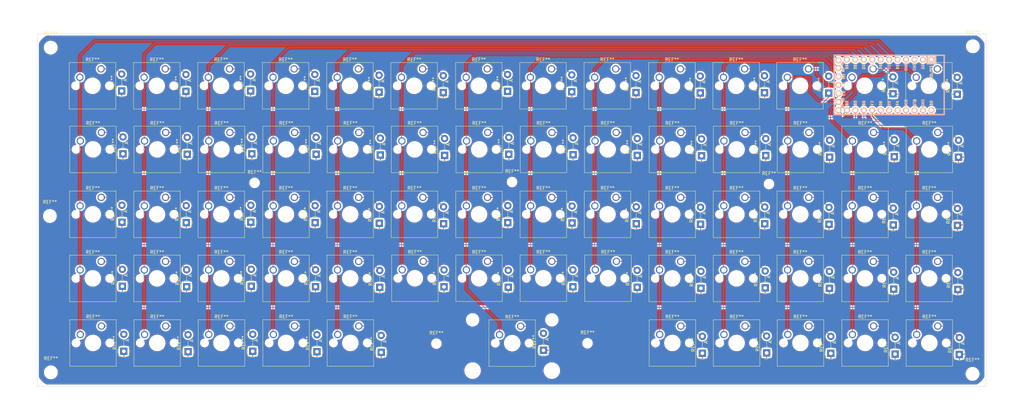
<source format=kicad_pcb>
(kicad_pcb (version 20211014) (generator pcbnew)
  (layers (0 "F.Cu" signal) (31 "B.Cu" signal) (34 "B.Paste" user) (35 "F.Paste" user) (36 "B.SilkS" user "B.Silkscreen") (37 "F.SilkS" user "F.Silkscreen") (38 "B.Mask" user) (39 "F.Mask" user) (44 "Edge.Cuts" user))
  (net 0 "")
  (footprint "MountingHole:MountingHole_2.2mm_M2" (layer "F.Cu") (at 202.5142 190.5508)
    (fp_text reference "REF**")
    (fp_text value "MountingHole_2.2mm_M2")
  )
  (footprint "Button_Switch_Keyboard:SW_Cherry_MX_1.00u_PCB" (layer "F.Cu") (at 295.2242 165.862)
    (fp_text reference "REF**")
    (fp_text value "SW_Cherry_MX_1.00u_PCB")
  )
  (footprint "Diode_THT:D_DO-41_SOD81_P5.08mm_Vertical_AnodeUp" (layer "F.Cu") (at 320.416133 115.263468 90)
    (fp_text reference "REF**")
    (fp_text value "D_DO-41_SOD81_P5.08mm_Vertical_AnodeUp")
  )
  (footprint "Diode_THT:D_DO-41_SOD81_P5.08mm_Vertical_AnodeUp" (layer "F.Cu") (at 359.664 193.812783 90)
    (fp_text reference "REF**")
    (fp_text value "D_DO-41_SOD81_P5.08mm_Vertical_AnodeUp")
  )
  (footprint "Diode_THT:D_DO-41_SOD81_P5.08mm_Vertical_AnodeUp" (layer "F.Cu") (at 166.624 192.959966 90)
    (fp_text reference "REF**")
    (fp_text value "D_DO-41_SOD81_P5.08mm_Vertical_AnodeUp")
  )
  (footprint "Button_Switch_Keyboard:SW_Cherry_MX_1.00u_PCB" (layer "F.Cu") (at 140.4112 146.6088)
    (fp_text reference "REF**")
    (fp_text value "SW_Cherry_MX_1.00u_PCB")
  )
  (footprint "Diode_THT:D_DO-41_SOD81_P5.08mm_Vertical_AnodeUp" (layer "F.Cu") (at 301.1932 154.555166 90)
    (fp_text reference "REF**")
    (fp_text value "D_DO-41_SOD81_P5.08mm_Vertical_AnodeUp")
  )
  (footprint "Diode_THT:D_DO-41_SOD81_P5.08mm_Vertical_AnodeUp" (layer "F.Cu") (at 262.504133 115.100285 90)
    (fp_text reference "REF**")
    (fp_text value "D_DO-41_SOD81_P5.08mm_Vertical_AnodeUp")
  )
  (footprint "Button_Switch_Keyboard:SW_Cherry_MX_1.00u_PCB" (layer "F.Cu") (at 198.369133 107.988285)
    (fp_text reference "REF**")
    (fp_text value "SW_Cherry_MX_1.00u_PCB")
  )
  (footprint "Button_Switch_Keyboard:SW_Cherry_MX_1.00u_PCB" (layer "F.Cu") (at 121.1072 165.862)
    (fp_text reference "REF**")
    (fp_text value "SW_Cherry_MX_1.00u_PCB")
  )
  (footprint "Diode_THT:D_DO-41_SOD81_P5.08mm_Vertical_AnodeUp" (layer "F.Cu") (at 359.1052 155.026983 90)
    (fp_text reference "REF**")
    (fp_text value "D_DO-41_SOD81_P5.08mm_Vertical_AnodeUp")
  )
  (footprint "Button_Switch_Keyboard:SW_Cherry_MX_1.00u_PCB" (layer "F.Cu") (at 314.4012 146.6088)
    (fp_text reference "REF**")
    (fp_text value "SW_Cherry_MX_1.00u_PCB")
  )
  (footprint "Button_Switch_Keyboard:SW_Cherry_MX_1.00u_PCB" (layer "F.Cu") (at 237.104133 107.988285)
    (fp_text reference "REF**")
    (fp_text value "SW_Cherry_MX_1.00u_PCB")
  )
  (footprint "Button_Switch_Keyboard:SW_Cherry_MX_1.00u_PCB" (layer "F.Cu") (at 140.462 185.2676)
    (fp_text reference "REF**")
    (fp_text value "SW_Cherry_MX_1.00u_PCB")
  )
  (footprint "Diode_THT:D_DO-41_SOD81_P5.08mm_Vertical_AnodeUp" (layer "F.Cu") (at 146.8882 173.300366 90)
    (fp_text reference "REF**")
    (fp_text value "D_DO-41_SOD81_P5.08mm_Vertical_AnodeUp")
  )
  (footprint "Diode_THT:D_DO-41_SOD81_P5.08mm_Vertical_AnodeUp" (layer "F.Cu") (at 185.288133 114.973285 90)
    (fp_text reference "REF**")
    (fp_text value "D_DO-41_SOD81_P5.08mm_Vertical_AnodeUp")
  )
  (footprint "Diode_THT:D_DO-41_SOD81_P5.08mm_Vertical_AnodeUp" (layer "F.Cu") (at 224.109067 173.606898 90)
    (fp_text reference "REF**")
    (fp_text value "D_DO-41_SOD81_P5.08mm_Vertical_AnodeUp")
  )
  (footprint "MountingHole:MountingHole_2.2mm_M2" (layer "F.Cu") (at 302.4632 142.5956)
    (fp_text reference "REF**")
    (fp_text value "MountingHole_2.2mm_M2")
  )
  (footprint "Button_Switch_Keyboard:SW_Cherry_MX_1.00u_PCB" (layer "F.Cu") (at 179.1462 165.862)
    (fp_text reference "REF**")
    (fp_text value "SW_Cherry_MX_1.00u_PCB")
  )
  (footprint "Button_Switch_Keyboard:SW_Cherry_MX_1.00u_PCB" (layer "F.Cu") (at 353.1362 165.862)
    (fp_text reference "REF**")
    (fp_text value "SW_Cherry_MX_1.00u_PCB")
  )
  (footprint "Button_Switch_Keyboard:SW_Cherry_MX_1.00u_PCB" (layer "F.Cu") (at 314.4012 165.862)
    (fp_text reference "REF**")
    (fp_text value "SW_Cherry_MX_1.00u_PCB")
  )
  (footprint "Button_Switch_Keyboard:SW_Cherry_MX_1.00u_PCB" (layer "F.Cu") (at 198.582067 165.823715)
    (fp_text reference "REF**")
    (fp_text value "SW_Cherry_MX_1.00u_PCB")
  )
  (footprint "Button_Switch_Keyboard:SW_Cherry_MX_1.00u_PCB" (layer "F.Cu") (at 140.330133 107.988285)
    (fp_text reference "REF**")
    (fp_text value "SW_Cherry_MX_1.00u_PCB")
  )
  (footprint "Diode_THT:D_DO-41_SOD81_P5.08mm_Vertical_AnodeUp" (layer "F.Cu") (at 108.331 133.523966 90)
    (fp_text reference "REF**")
    (fp_text value "D_DO-41_SOD81_P5.08mm_Vertical_AnodeUp")
  )
  (footprint "Diode_THT:D_DO-41_SOD81_P5.08mm_Vertical_AnodeUp" (layer "F.Cu") (at 301.498 134.031966 90)
    (fp_text reference "REF**")
    (fp_text value "D_DO-41_SOD81_P5.08mm_Vertical_AnodeUp")
  )
  (footprint "Button_Switch_Keyboard:SW_Cherry_MX_1.00u_PCB" (layer "F.Cu") (at 314.452 127.1016)
    (fp_text reference "REF**")
    (fp_text value "SW_Cherry_MX_1.00u_PCB")
  )
  (footprint "Button_Switch_Keyboard:SW_Cherry_MX_1.00u_PCB" (layer "F.Cu") (at 159.8422 165.862)
    (fp_text reference "REF**")
    (fp_text value "SW_Cherry_MX_1.00u_PCB")
  )
  (footprint "Button_Switch_Keyboard:SW_Cherry_MX_1.00u_PCB" (layer "F.Cu") (at 353.055133 107.988285)
    (fp_text reference "REF**")
    (fp_text value "SW_Cherry_MX_1.00u_PCB")
  )
  (footprint "Button_Switch_Keyboard:SW_Cherry_MX_1.00u_PCB" (layer "F.Cu") (at 256.408133 107.988285)
    (fp_text reference "REF**")
    (fp_text value "SW_Cherry_MX_1.00u_PCB")
  )
  (footprint "Button_Switch_Keyboard:SW_Cherry_MX_1.00u_PCB" (layer "F.Cu") (at 101.722133 107.988285)
    (fp_text reference "REF**")
    (fp_text value "SW_Cherry_MX_1.00u_PCB")
  )
  (footprint "Button_Switch_Keyboard:SW_Cherry_MX_1.00u_PCB" (layer "F.Cu") (at 179.065133 107.988285)
    (fp_text reference "REF**")
    (fp_text value "SW_Cherry_MX_1.00u_PCB")
  )
  (footprint "Diode_THT:D_DO-41_SOD81_P5.08mm_Vertical_AnodeUp" (layer "F.Cu") (at 185.3692 154.391983 90)
    (fp_text reference "REF**")
    (fp_text value "D_DO-41_SOD81_P5.08mm_Vertical_AnodeUp")
  )
  (footprint "Button_Switch_Keyboard:SW_Cherry_MX_1.00u_PCB" (layer "F.Cu") (at 295.2242 146.6088)
    (fp_text reference "REF**")
    (fp_text value "SW_Cherry_MX_1.00u_PCB")
  )
  (footprint "Diode_THT:D_DO-41_SOD81_P5.08mm_Vertical_AnodeUp" (layer "F.Cu") (at 321.056 193.467966 90)
    (fp_text reference "REF**")
    (fp_text value "D_DO-41_SOD81_P5.08mm_Vertical_AnodeUp")
  )
  (footprint "Diode_THT:D_DO-41_SOD81_P5.08mm_Vertical_AnodeUp" (layer "F.Cu") (at 146.7612 154.047166 90)
    (fp_text reference "REF**")
    (fp_text value "D_DO-41_SOD81_P5.08mm_Vertical_AnodeUp")
  )
  (footprint "Button_Switch_Keyboard:SW_Cherry_MX_1.00u_PCB" (layer "F.Cu") (at 140.4112 165.862)
    (fp_text reference "REF**")
    (fp_text value "SW_Cherry_MX_1.00u_PCB")
  )
  (footprint "Button_Switch_Keyboard:SW_Cherry_MX_1.00u_PCB" (layer "F.Cu") (at 159.893 185.2676)
    (fp_text reference "REF**")
    (fp_text value "SW_Cherry_MX_1.00u_PCB")
  )
  (footprint "Diode_THT:D_DO-41_SOD81_P5.08mm_Vertical_AnodeUp" (layer "F.Cu") (at 204.592133 115.100285 90)
    (fp_text reference "REF**")
    (fp_text value "D_DO-41_SOD81_P5.08mm_Vertical_AnodeUp")
  )
  (footprint "Button_Switch_Keyboard:SW_Cherry_MX_1.00u_PCB" (layer "F.Cu") (at 275.9202 146.6088)
    (fp_text reference "REF**")
    (fp_text value "SW_Cherry_MX_1.00u_PCB")
  )
  (footprint "Diode_THT:D_DO-41_SOD81_P5.08mm_Vertical_AnodeUp" (layer "F.Cu") (at 127.889 192.959966 90)
    (fp_text reference "REF**")
    (fp_text value "D_DO-41_SOD81_P5.08mm_Vertical_AnodeUp")
  )
  (footprint "Button_Switch_Keyboard:SW_Cherry_MX_1.00u_PCB" (layer "F.Cu") (at 237.190067 165.823715)
    (fp_text reference "REF**")
    (fp_text value "SW_Cherry_MX_1.00u_PCB")
  )
  (footprint "Button_Switch_Keyboard:SW_Cherry_MX_1.00u_PCB" (layer "F.Cu") (at 101.8032 165.862)
    (fp_text reference "REF**")
    (fp_text value "SW_Cherry_MX_1.00u_PCB")
  )
  (footprint "Diode_THT:D_DO-41_SOD81_P5.08mm_Vertical_AnodeUp" (layer "F.Cu") (at 320.6242 173.935366 90)
    (fp_text reference "REF**")
    (fp_text value "D_DO-41_SOD81_P5.08mm_Vertical_AnodeUp")
  )
  (footprint "Button_Switch_Keyboard:SW_Cherry_MX_1.00u_PCB" (layer "F.Cu") (at 353.187 127.1016)
    (fp_text reference "REF**")
    (fp_text value "SW_Cherry_MX_1.00u_PCB")
  )
  (footprint "Button_Switch_Keyboard:SW_Cherry_MX_1.00u_PCB" (layer "F.Cu") (at 275.839133 107.988285)
    (fp_text reference "REF**")
    (fp_text value "SW_Cherry_MX_1.00u_PCB")
  )
  (footprint "Button_Switch_Keyboard:SW_Cherry_MX_1.00u_PCB" (layer "F.Cu") (at 179.197 127.1016)
    (fp_text reference "REF**")
    (fp_text value "SW_Cherry_MX_1.00u_PCB")
  )
  (footprint "Diode_THT:D_DO-41_SOD81_P5.08mm_Vertical_AnodeUp" (layer "F.Cu") (at 147.32 192.832966 90)
    (fp_text reference "REF**")
    (fp_text value "D_DO-41_SOD81_P5.08mm_Vertical_AnodeUp")
  )
  (footprint "Diode_THT:D_DO-41_SOD81_P5.08mm_Vertical_AnodeUp" (layer "F.Cu") (at 262.844067 173.606898 90)
    (fp_text reference "REF**")
    (fp_text value "D_DO-41_SOD81_P5.08mm_Vertical_AnodeUp")
  )
  (footprint "MountingHole:MountingHole_2.2mm_M2" (layer "F.Cu") (at 225.2472 141.986)
    (fp_text reference "REF**")
    (fp_text value "MountingHole_2.2mm_M2")
  )
  (footprint "Diode_THT:D_DO-41_SOD81_P5.08mm_Vertical_AnodeUp" (layer "F.Cu") (at 262.5852 154.518983 90)
    (fp_text reference "REF**")
    (fp_text value "D_DO-41_SOD81_P5.08mm_Vertical_AnodeUp")
  )
  (footprint "Diode_THT:D_DO-41_SOD81_P5.08mm_Vertical_AnodeUp" (layer "F.Cu") (at 108.1532 173.300366 90)
    (fp_text reference "REF**")
    (fp_text value "D_DO-41_SOD81_P5.08mm_Vertical_AnodeUp")
  )
  (footprint "Button_Switch_Keyboard:SW_Cherry_MX_1.00u_PCB" (layer "F.Cu") (at 314.320133 107.988285)
    (fp_text reference "REF**")
    (fp_text value "SW_Cherry_MX_1.00u_PCB")
  )
  (footprint "Diode_THT:D_DO-41_SOD81_P5.08mm_Vertical_AnodeUp" (layer "F.Cu") (at 243.586 133.777966 90)
    (fp_text reference "REF**")
    (fp_text value "D_DO-41_SOD81_P5.08mm_Vertical_AnodeUp")
  )
  (footprint "MountingHole:MountingHole_3.2mm_M3" (layer "F.Cu") (at 86.6648 199.1868)
    (fp_text reference "REF**")
    (fp_text value "MountingHole_3.2mm_M3")
  )
  (footprint "Diode_THT:D_DO-41_SOD81_P5.08mm_Vertical_AnodeUp" (layer "F.Cu") (at 359.2322 174.280183 90)
    (fp_text reference "REF**")
    (fp_text value "D_DO-41_SOD81_P5.08mm_Vertical_AnodeUp")
  )
  (footprint "Button_Switch_Keyboard:SW_Cherry_MX_1.00u_PCB" (layer "F.Cu") (at 256.54 127.1016)
    (fp_text reference "REF**")
    (fp_text value "SW_Cherry_MX_1.00u_PCB")
  )
  (footprint "Diode_THT:D_DO-41_SOD81_P5.08mm_Vertical_AnodeUp" (layer "F.Cu") (at 301.752 193.340966 90)
    (fp_text reference "REF**")
    (fp_text value "D_DO-41_SOD81_P5.08mm_Vertical_AnodeUp")
  )
  (footprint "Diode_THT:D_DO-41_SOD81_P5.08mm_Vertical_AnodeUp" (layer "F.Cu") (at 127.3302 154.174166 90)
    (fp_text reference "REF**")
    (fp_text value "D_DO-41_SOD81_P5.08mm_Vertical_AnodeUp")
  )
  (footprint "Button_Switch_Keyboard:SW_Cherry_MX_1.00u_PCB" (layer "F.Cu") (at 159.8422 146.6088)
    (fp_text reference "REF**")
    (fp_text value "SW_Cherry_MX_1.00u_PCB")
  )
  (footprint "Button_Switch_Keyboard:SW_Cherry_MX_1.00u_PCB" (layer "F.Cu") (at 101.854 127.1016)
    (fp_text reference "REF**")
    (fp_text value "SW_Cherry_MX_1.00u_PCB")
  )
  (footprint "Diode_THT:D_DO-41_SOD81_P5.08mm_Vertical_AnodeUp" (layer "F.Cu") (at 108.585 192.832966 90)
    (fp_text reference "REF**")
    (fp_text value "D_DO-41_SOD81_P5.08mm_Vertical_AnodeUp")
  )
  (footprint "MountingHole:MountingHole_3.2mm_M3" (layer "F.Cu") (at 363.6264 199.644)
    (fp_text reference "REF**")
    (fp_text value "MountingHole_3.2mm_M3")
  )
  (footprint "Button_Switch_Keyboard:SW_Cherry_MX_1.00u_PCB" (layer "F.Cu") (at 101.854 185.2676)
    (fp_text reference "REF**")
    (fp_text value "SW_Cherry_MX_1.00u_PCB")
  )
  (footprint "Diode_THT:D_DO-41_SOD81_P5.08mm_Vertical_AnodeUp" (layer "F.Cu") (at 146.680133 114.628468 90)
    (fp_text reference "REF**")
    (fp_text value "D_DO-41_SOD81_P5.08mm_Vertical_AnodeUp")
  )
  (footprint "Diode_THT:D_DO-41_SOD81_P5.08mm_Vertical_AnodeUp" (layer "F.Cu") (at 243.2812 154.301166 90)
    (fp_text reference "REF**")
    (fp_text value "D_DO-41_SOD81_P5.08mm_Vertical_AnodeUp")
  )
  (footprint "Button_Switch_Keyboard:SW_Cherry_MX_1.00u_PCB" (layer "F.Cu") (at 217.932 127.1016)
    (fp_text reference "REF**")
    (fp_text value "SW_Cherry_MX_1.00u_PCB")
  )
  (footprint "Diode_THT:D_DO-41_SOD81_P5.08mm_Vertical_AnodeUp" (layer "F.Cu") (at 262.89 133.995783 90)
    (fp_text reference "REF**")
    (fp_text value "D_DO-41_SOD81_P5.08mm_Vertical_AnodeUp")
  )
  (footprint "Diode_THT:D_DO-41_SOD81_P5.08mm_Vertical_AnodeUp" (layer "F.Cu") (at 108.0262 154.047166 90)
    (fp_text reference "REF**")
    (fp_text value "D_DO-41_SOD81_P5.08mm_Vertical_AnodeUp")
  )
  (footprint "Diode_THT:D_DO-41_SOD81_P5.08mm_Vertical_AnodeUp" (layer "F.Cu") (at 127.249133 114.755468 90)
    (fp_text reference "REF**")
    (fp_text value "D_DO-41_SOD81_P5.08mm_Vertical_AnodeUp")
  )
  (footprint "MountingHole:MountingHole_2.2mm_M2" (layer "F.Cu") (at 247.9294 190.4492)
    (fp_text reference "REF**")
    (fp_text value "MountingHole_2.2mm_M2")
  )
  (footprint "Button_Switch_Keyboard:SW_Cherry_MX_1.00u_PCB" (layer "F.Cu") (at 353.187 185.2676)
    (fp_text reference "REF**")
    (fp_text value "SW_Cherry_MX_1.00u_PCB")
  )
  (footprint "Diode_THT:D_DO-41_SOD81_P5.08mm_Vertical_AnodeUp" (layer "F.Cu") (at 234.696 192.542783 90)
    (fp_text reference "REF**")
    (fp_text value "D_DO-41_SOD81_P5.08mm_Vertical_AnodeUp")
  )
  (footprint "Button_Switch_Keyboard:SW_Cherry_MX_1.00u_PCB" (layer "F.Cu") (at 159.893 127.1016)
    (fp_text reference "REF**")
    (fp_text value "SW_Cherry_MX_1.00u_PCB")
  )
  (footprint "Diode_THT:D_DO-41_SOD81_P5.08mm_Vertical_AnodeUp" (layer "F.Cu") (at 147.066 133.523966 90)
    (fp_text reference "REF**")
    (fp_text value "D_DO-41_SOD81_P5.08mm_Vertical_AnodeUp")
  )
  (footprint "Button_Switch_Keyboard:SW_Cherry_MX_1.00u_PCB" (layer "F.Cu") (at 101.8032 146.6088)
    (fp_text reference "REF**")
    (fp_text value "SW_Cherry_MX_1.00u_PCB")
  )
  (footprint "Button_Switch_Keyboard:SW_Cherry_MX_1.00u_PCB" (layer "F.Cu") (at 275.971 185.2676)
    (fp_text reference "REF**")
    (fp_text value "SW_Cherry_MX_1.00u_PCB")
  )
  (footprint "Button_Switch_Keyboard:SW_Cherry_MX_1.00u_PCB" (layer "F.Cu") (at 121.158 127.1016)
    (fp_text reference "REF**")
    (fp_text value "SW_Cherry_MX_1.00u_PCB")
  )
  (footprint "Diode_THT:D_DO-41_SOD81_P5.08mm_Vertical_AnodeUp" (layer "F.Cu") (at 223.896133 114.755468 90)
    (fp_text reference "REF**")
    (fp_text value "D_DO-41_SOD81_P5.08mm_Vertical_AnodeUp")
  )
  (footprint "Button_Switch_Keyboard:SW_Cherry_MX_1.00u_PCB" (layer "F.Cu") (at 198.501 127.1016)
    (fp_text reference "REF**")
    (fp_text value "SW_Cherry_MX_1.00u_PCB")
  )
  (footprint "MountingHole:MountingHole_3.2mm_M3" (layer "F.Cu") (at 86.36 152.1968)
    (fp_text reference "REF**")
    (fp_text value "MountingHole_3.2mm_M3")
  )
  (footprint "Button_Switch_Keyboard:SW_Cherry_MX_1.00u_PCB" (layer "F.Cu") (at 217.800133 107.988285)
    (fp_text reference "REF**")
    (fp_text value "SW_Cherry_MX_1.00u_PCB")
  )
  (footprint "Diode_THT:D_DO-41_SOD81_P5.08mm_Vertical_AnodeUp" (layer "F.Cu") (at 359.41 134.503783 90)
    (fp_text reference "REF**")
    (fp_text value "D_DO-41_SOD81_P5.08mm_Vertical_AnodeUp")
  )
  (footprint "Button_Switch_Keyboard:SW_Cherry_MX_2.75u_PCB" (layer "F.Cu") (at 227.838 185.3286)
    (fp_text reference "REF**")
    (fp_text value "SW_Cherry_MX_2.75u_PCB")
  )
  (footprint "Diode_THT:D_DO-41_SOD81_P5.08mm_Vertical_AnodeUp" (layer "F.Cu") (at 340.36 193.685783 90)
    (fp_text reference "REF**")
    (fp_text value "D_DO-41_SOD81_P5.08mm_Vertical_AnodeUp")
  )
  (footprint "Button_Switch_Keyboard:SW_Cherry_MX_1.00u_PCB" (layer "F.Cu") (at 275.9202 165.862)
    (fp_text reference "REF**")
    (fp_text value "SW_Cherry_MX_1.00u_PCB")
  )
  (footprint "Diode_THT:D_DO-41_SOD81_P5.08mm_Vertical_AnodeUp" (layer "F.Cu") (at 243.540067 173.479898 90)
    (fp_text reference "REF**")
    (fp_text value "D_DO-41_SOD81_P5.08mm_Vertical_AnodeUp")
  )
  (footprint "MountingHole:MountingHole_2.2mm_M2" (layer "F.Cu") (at 147.8788 142.24)
    (fp_text reference "REF**")
    (fp_text value "MountingHole_2.2mm_M2")
  )
  (footprint "Button_Switch_Keyboard:SW_Cherry_MX_1.00u_PCB" (layer "F.Cu") (at 256.4892 146.6088)
    (fp_text reference "REF**")
    (fp_text value "SW_Cherry_MX_1.00u_PCB")
  )
  (footprint "Button_Switch_Keyboard:SW_Cherry_MX_1.00u_PCB" (layer "F.Cu") (at 121.158 185.2676)
    (fp_text reference "REF**")
    (fp_text value "SW_Cherry_MX_1.00u_PCB")
  )
  (footprint "Button_Switch_Keyboard:SW_Cherry_MX_1.00u_PCB" (layer "F.Cu") (at 275.971 127.1016)
    (fp_text reference "REF**")
    (fp_text value "SW_Cherry_MX_1.00u_PCB")
  )
  (footprint "Button_Switch_Keyboard:SW_Cherry_MX_1.00u_PCB" (layer "F.Cu") (at 333.883 127.1016)
    (fp_text reference "REF**")
    (fp_text value "SW_Cherry_MX_1.00u_PCB")
  )
  (footprint "Button_Switch_Keyboard:SW_Cherry_MX_1.00u_PCB" (layer "F.Cu") (at 198.4502 146.6088)
    (fp_text reference "REF**")
    (fp_text value "SW_Cherry_MX_1.00u_PCB")
  )
  (footprint "Button_Switch_Keyboard:SW_Cherry_MX_1.00u_PCB" (layer "F.Cu") (at 179.1462 146.6088)
    (fp_text reference "REF**")
    (fp_text value "SW_Cherry_MX_1.00u_PCB")
  )
  (footprint "Button_Switch_Keyboard:SW_Cherry_MX_1.00u_PCB" (layer "F.Cu") (at 333.8322 165.862)
    (fp_text reference "REF**")
    (fp_text value "SW_Cherry_MX_1.00u_PCB")
  )
  (footprint "MountingHole:MountingHole_3.2mm_M3" (layer "F.Cu") (at 86.614 101.6)
    (fp_text reference "REF**")
    (fp_text value "MountingHole_3.2mm_M3")
  )
  (footprint "modules:Elite-C" (layer "F.Cu") (at 337.307133 112.814285 180)
    (fp_text reference "U1" hide)
    (fp_text value "Elite-C" hide)
  )
  (footprint "Diode_THT:D_DO-41_SOD81_P5.08mm_Vertical_AnodeUp" (layer "F.Cu") (at 107.945133 114.628468 90)
    (fp_text reference "REF**")
    (fp_text value "D_DO-41_SOD81_P5.08mm_Vertical_AnodeUp")
  )
  (footprint "Button_Switch_Keyboard:SW_Cherry_MX_1.00u_PCB" (layer "F.Cu") (at 333.8322 146.6088)
    (fp_text reference "REF**")
    (fp_text value "SW_Cherry_MX_1.00u_PCB")
  )
  (footprint "Button_Switch_Keyboard:SW_Cherry_MX_1.00u_PCB" (layer "F.Cu") (at 333.751133 107.988285)
    (fp_text reference "REF**")
    (fp_text value "SW_Cherry_MX_1.00u_PCB")
  )
  (footprint "Diode_THT:D_DO-41_SOD81_P5.08mm_Vertical_AnodeUp" (layer "F.Cu") (at 340.106 134.376783 90)
    (fp_text reference "REF**")
    (fp_text value "D_DO-41_SOD81_P5.08mm_Vertical_AnodeUp")
  )
  (footprint "Diode_THT:D_DO-41_SOD81_P5.08mm_Vertical_AnodeUp" (layer "F.Cu") (at 166.0652 154.174166 90)
    (fp_text reference "REF**")
    (fp_text value "D_DO-41_SOD81_P5.08mm_Vertical_AnodeUp")
  )
  (footprint "Diode_THT:D_DO-41_SOD81_P5.08mm_Vertical_AnodeUp" (layer "F.Cu") (at 301.3202 173.808366 90)
    (fp_text reference "REF**")
    (fp_text value "D_DO-41_SOD81_P5.08mm_Vertical_AnodeUp")
  )
  (footprint "Diode_THT:D_DO-41_SOD81_P5.08mm_Vertical_AnodeUp" (layer "F.Cu") (at 127.4572 173.427366 90)
    (fp_text reference "REF**")
    (fp_text value "D_DO-41_SOD81_P5.08mm_Vertical_AnodeUp")
  )
  (footprint "Diode_THT:D_DO-41_SOD81_P5.08mm_Vertical_AnodeUp" (layer "F.Cu") (at 243.200133 114.882468 90)
    (fp_text reference "REF**")
    (fp_text value "D_DO-41_SOD81_P5.08mm_Vertical_AnodeUp")
  )
  (footprint "Button_Switch_Keyboard:SW_Cherry_MX_1.00u_PCB" (layer "F.Cu") (at 179.197 185.2676)
    (fp_text reference "REF**")
    (fp_text value "SW_Cherry_MX_1.00u_PCB")
  )
  (footprint "Diode_THT:D_DO-41_SOD81_P5.08mm_Vertical_AnodeUp" (layer "F.Cu") (at 281.808133 115.227285 90)
    (fp_text reference "REF**")
    (fp_text value "D_DO-41_SOD81_P5.08mm_Vertical_AnodeUp")
  )
  (footprint "Diode_THT:D_DO-41_SOD81_P5.08mm_Vertical_AnodeUp" (layer "F.Cu") (at 223.9772 154.174166 90)
    (fp_text reference "REF**")
    (fp_text value "D_DO-41_SOD81_P5.08mm_Vertical_AnodeUp")
  )
  (footprint "Diode_THT:D_DO-41_SOD81_P5.08mm_Vertical_AnodeUp" (layer "F.Cu") (at 339.9282 174.153183 90)
    (fp_text reference "REF**")
    (fp_text value "D_DO-41_SOD81_P5.08mm_Vertical_AnodeUp")
  )
  (footprint "Diode_THT:D_DO-41_SOD81_P5.08mm_Vertical_AnodeUp" (layer "F.Cu") (at 165.984133 114.755468 90)
    (fp_text reference "REF**")
    (fp_text value "D_DO-41_SOD81_P5.08mm_Vertical_AnodeUp")
  )
  (footprint "Button_Switch_Keyboard:SW_Cherry_MX_1.00u_PCB" (layer "F.Cu") (at 217.8812 146.6088)
    (fp_text reference "REF**")
    (fp_text value "SW_Cherry_MX_1.00u_PCB")
  )
  (footprint "Button_Switch_Keyboard:SW_Cherry_MX_1.00u_PCB" (layer "F.Cu") (at 237.236 127.1016)
    (fp_text reference "REF**")
    (fp_text value "SW_Cherry_MX_1.00u_PCB")
  )
  (footprint "Diode_THT:D_DO-41_SOD81_P5.08mm_Vertical_AnodeUp" (layer "F.Cu") (at 204.805067 173.479898 90)
    (fp_text reference "REF**")
    (fp_text value "D_DO-41_SOD81_P5.08mm_Vertical_AnodeUp")
  )
  (footprint "Button_Switch_Keyboard:SW_Cherry_MX_1.00u_PCB" (layer "F.Cu") (at 237.1852 146.6088)
    (fp_text reference "REF**")
    (fp_text value "SW_Cherry_MX_1.00u_PCB")
  )
  (footprint "Diode_THT:D_DO-41_SOD81_P5.08mm_Vertical_AnodeUp" (layer "F.Cu") (at 320.4972 154.682166 90)
    (fp_text reference "REF**")
    (fp_text value "D_DO-41_SOD81_P5.08mm_Vertical_AnodeUp")
  )
  (footprint "Button_Switch_Keyboard:SW_Cherry_MX_1.00u_PCB" (layer "F.Cu") (at 314.452 185.2676)
    (fp_text reference "REF**")
    (fp_text value "SW_Cherry_MX_1.00u_PCB")
  )
  (footprint "Button_Switch_Keyboard:SW_Cherry_MX_1.00u_PCB" (layer "F.Cu") (at 295.275 127.1016)
    (fp_text reference "REF**")
    (fp_text value "SW_Cherry_MX_1.00u_PCB")
  )
  (footprint "Button_Switch_Keyboard:SW_Cherry_MX_1.00u_PCB" (layer "F.Cu") (at 295.143133 107.988285)
    (fp_text reference "REF**")
    (fp_text value "SW_Cherry_MX_1.00u_PCB")
  )
  (footprint "MountingHole:MountingHole_3.2mm_M3" (layer "F.Cu") (at 363.728 101.1936)
    (fp_text reference "REF**")
    (fp_text value "MountingHole_3.2mm_M3")
  )
  (footprint "Diode_THT:D_DO-41_SOD81_P5.08mm_Vertical_AnodeUp" (layer "F.Cu") (at 282.194 134.122783 90)
    (fp_text reference "REF**")
    (fp_text value "D_DO-41_SOD81_P5.08mm_Vertical_AnodeUp")
  )
  (footprint "Diode_THT:D_DO-41_SOD81_P5.08mm_Vertical_AnodeUp" (layer "F.Cu") (at 281.8892 154.645983 90)
    (fp_text reference "REF**")
    (fp_text value "D_DO-41_SOD81_P5.08mm_Vertical_AnodeUp")
  )
  (footprint "Diode_THT:D_DO-41_SOD81_P5.08mm_Vertical_AnodeUp" (layer "F.Cu") (at 224.282 133.650966 90)
    (fp_text reference "REF**")
    (fp_text value "D_DO-41_SOD81_P5.08mm_Vertical_AnodeUp")
  )
  (footprint "Button_Switch_Keyboard:SW_Cherry_MX_1.00u_PCB" (layer "F.Cu") (at 333.883 185.2676)
    (fp_text reference "REF**")
    (fp_text value "SW_Cherry_MX_1.00u_PCB")
  )
  (footprint "Diode_THT:D_DO-41_SOD81_P5.08mm_Vertical_AnodeUp" (layer "F.Cu") (at 185.4962 173.645183 90)
    (fp_text reference "REF**")
    (fp_text value "D_DO-41_SOD81_P5.08mm_Vertical_AnodeUp")
  )
  (footprint "Button_Switch_Keyboard:SW_Cherry_MX_1.00u_PCB" (layer "F.Cu") (at 217.886067 165.823715)
    (fp_text reference "REF**")
    (fp_text value "SW_Cherry_MX_1.00u_PCB")
  )
  (footprint "Button_Switch_Keyboard:SW_Cherry_MX_1.00u_PCB" (layer "F.Cu") (at 256.621067 165.823715)
    (fp_text reference "REF**")
    (fp_text value "SW_Cherry_MX_1.00u_PCB")
  )
  (footprint "Diode_THT:D_DO-41_SOD81_P5.08mm_Vertical_AnodeUp" (layer "F.Cu") (at 282.448 193.431783 90)
    (fp_text reference "REF**")
    (fp_text value "D_DO-41_SOD81_P5.08mm_Vertical_AnodeUp")
  )
  (footprint "Diode_THT:D_DO-41_SOD81_P5.08mm_Vertical_AnodeUp" (layer "F.Cu") (at 320.675 134.503783 90)
    (fp_text reference "REF**")
    (fp_text value "D_DO-41_SOD81_P5.08mm_Vertical_AnodeUp")
  )
  (footprint "Diode_THT:D_DO-41_SOD81_P5.08mm_Vertical_AnodeUp" (layer "F.Cu") (at 204.6732 154.518983 90)
    (fp_text reference "REF**")
    (fp_text value "D_DO-41_SOD81_P5.08mm_Vertical_AnodeUp")
  )
  (footprint "Diode_THT:D_DO-41_SOD81_P5.08mm_Vertical_AnodeUp" (layer "F.Cu") (at 204.978 133.995783 90)
    (fp_text reference "REF**")
    (fp_text value "D_DO-41_SOD81_P5.08mm_Vertical_AnodeUp")
  )
  (footprint "Diode_THT:D_DO-41_SOD81_P5.08mm_Vertical_AnodeUp" (layer "F.Cu") (at 127.635 133.650966 90)
    (fp_text reference "REF**")
    (fp_text value "D_DO-41_SOD81_P5.08mm_Vertical_AnodeUp")
  )
  (footprint "Diode_THT:D_DO-41_SOD81_P5.08mm_Vertical_AnodeUp" (layer "F.Cu") (at 185.928 193.177783 90)
    (fp_text reference "REF**")
    (fp_text value "D_DO-41_SOD81_P5.08mm_Vertical_AnodeUp")
  )
  (footprint "Diode_THT:D_DO-41_SOD81_P5.08mm_Vertical_AnodeUp" (layer "F.Cu") (at 301.112133 115.136468 90)
    (fp_text reference "REF**")
    (fp_text value "D_DO-41_SOD81_P5.08mm_Vertical_AnodeUp")
  )
  (footprint "Button_Switch_Keyboard:SW_Cherry_MX_1.00u_PCB" (layer "F.Cu") (at 295.275 185.2676)
    (fp_text reference "REF**")
    (fp_text value "SW_Cherry_MX_1.00u_PCB")
  )
  (footprint "Diode_THT:D_DO-41_SOD81_P5.08mm_Vertical_AnodeUp" (layer "F.Cu") (at 166.37 133.650966 90)
    (fp_text reference "REF**")
    (fp_text value "D_DO-41_SOD81_P5.08mm_Vertical_AnodeUp")
  )
  (footprint "Button_Switch_Keyboard:SW_Cherry_MX_1.00u_PCB" (layer "F.Cu") (at 353.1362 146.6088)
    (fp_text reference "REF**")
    (fp_text value "SW_Cherry_MX_1.00u_PCB")
  )
  (footprint "Diode_THT:D_DO-41_SOD81_P5.08mm_Vertical_AnodeUp" (layer "F.Cu") (at 166.1922 173.427366 90)
    (fp_text reference "REF**")
    (fp_text value "D_DO-41_SOD81_P5.08mm_Vertical_AnodeUp")
  )
  (footprint "Diode_THT:D_DO-41_SOD81_P5.08mm_Vertical_AnodeUp" (layer "F.Cu") (at 185.674 133.868783 90)
    (fp_text reference "REF**")
    (fp_text value "D_DO-41_SOD81_P5.08mm_Vertical_AnodeUp")
  )
  (footprint "Button_Switch_Keyboard:SW_Cherry_MX_1.00u_PCB" (layer "F.Cu") (at 159.761133 107.988285)
    (fp_text reference "REF**")
    (fp_text value "SW_Cherry_MX_1.00u_PCB")
  )
  (footprint "Diode_THT:D_DO-41_SOD81_P5.08mm_Vertical_AnodeUp" (layer "F.Cu") (at 282.0162 173.899183 90)
    (fp_text reference "REF**")
    (fp_text value "D_DO-41_SOD81_P5.08mm_Vertical_AnodeUp")
  )
  (footprint "Diode_THT:D_DO-41_SOD81_P5.08mm_Vertical_AnodeUp" (layer "F.Cu") (at 339.720133 115.481285 90)
    (fp_text reference "REF**")
    (fp_text value "D_DO-41_SOD81_P5.08mm_Vertical_AnodeUp")
  )
  (footprint "Button_Switch_Keyboard:SW_Cherry_MX_1.00u_PCB" (layer "F.Cu") (at 140.462 127.1016)
    (fp_text reference "REF**")
    (fp_text value "SW_Cherry_MX_1.00u_PCB")
  )
  (footprint "Button_Switch_Keyboard:SW_Cherry_MX_1.00u_PCB" (layer "F.Cu") (at 121.1072 146.6088)
    (fp_text reference "REF**")
    (fp_text value "SW_Cherry_MX_1.00u_PCB")
  )
  (footprint "Diode_THT:D_DO-41_SOD81_P5.08mm_Vertical_AnodeUp" (layer "F.Cu") (at 359.024133 115.608285 90)
    (fp_text reference "REF**")
    (fp_text value "D_DO-41_SOD81_P5.08mm_Vertical_AnodeUp")
  )
  (footprint "Button_Switch_Keyboard:SW_Cherry_MX_1.00u_PCB" (layer "F.Cu") (at 121.026133 107.988285)
    (fp_text reference "REF**")
    (fp_text value "SW_Cherry_MX_1.00u_PCB")
  )
  (footprint "Diode_THT:D_DO-41_SOD81_P5.08mm_Vertical_AnodeUp" (layer "F.Cu") (at 339.8012 154.899983 90)
    (fp_text reference "REF**")
    (fp_text value "D_DO-41_SOD81_P5.08mm_Vertical_AnodeUp")
  )
  (gr_rect (start 82.5754 97.5106) (end 367.665 203.327) (layer "Edge.Cuts") (width 0.1) (fill none))
  (segment (start 243.200133 118.587733) (end 244.6528 120.0404) (width 0.2) (layer "F.Cu") (net 0))
  (segment (start 335.470315 115.481285) (end 332.3336 118.618) (width 0.2) (layer "F.Cu") (net 0))
  (segment (start 327.693418 118.618) (end 325.877133 120.434285) (width 0.2) (layer "F.Cu") (net 0))
  (segment (start 109.982 201.6252) (end 130.4544 201.6252) (width 0.2) (layer "F.Cu") (net 0))
  (segment (start 353.1362 165.862) (end 355.894017 165.862) (width 0.2) (layer "F.Cu") (net 0))
  (segment (start 203.163817 127.1016) (end 204.978 128.915783) (width 0.2) (layer "F.Cu") (net 0))
  (segment (start 243.540067 173.479898) (end 243.540067 176.331667) (width 0.2) (layer "F.Cu") (net 0))
  (segment (start 167.386 160.8328) (end 187.198 160.8328) (width 0.2) (layer "F.Cu") (net 0))
  (segment (start 185.4962 173.645183) (end 185.4962 177.5714) (width 0.2) (layer "F.Cu") (net 0))
  (segment (start 217.800133 107.988285) (end 222.20895 107.988285) (width 0.2) (layer "F.Cu") (net 0))
  (segment (start 321.056 193.467966) (end 321.056 200.1012) (width 0.2) (layer "F.Cu") (net 0))
  (segment (start 362.7628 126.4412) (end 359.6132 123.2916) (width 0.2) (layer "F.Cu") (net 0))
  (segment (start 166.624 199.2376) (end 169.0116 201.6252) (width 0.2) (layer "F.Cu") (net 0))
  (segment (start 163.579834 146.6088) (end 166.0652 149.094166) (width 0.2) (layer "F.Cu") (net 0))
  (segment (start 149.5552 201.6252) (end 169.0116 201.6252) (width 0.2) (layer "F.Cu") (net 0))
  (segment (start 283.7688 160.8328) (end 302.6156 160.8328) (width 0.2) (layer "F.Cu") (net 0))
  (segment (start 262.89 137.7188) (end 264.4648 139.2936) (width 0.2) (layer "F.Cu") (net 0))
  (segment (start 333.883 185.2676) (end 337.021817 185.2676) (width 0.2) (layer "F.Cu") (net 0))
  (segment (start 126.165634 127.1016) (end 127.635 128.570966) (width 0.2) (layer "F.Cu") (net 0))
  (segment (start 353.055133 107.988285) (end 356.484133 107.988285) (width 0.2) (layer "F.Cu") (net 0))
  (segment (start 320.4972 154.682166) (end 320.4972 159.6136) (width 0.2) (layer "F.Cu") (net 0))
  (segment (start 359.024133 115.608285) (end 339.847133 115.608285) (width 0.2) (layer "F.Cu") (net 0))
  (segment (start 320.675 137.5918) (end 322.3768 139.2936) (width 0.2) (layer "F.Cu") (net 0))
  (segment (start 243.2812 154.301166) (end 243.2812 158.8516) (width 0.2) (layer "F.Cu") (net 0))
  (segment (start 110.998 120.0404) (end 129.54 120.0404) (width 0.2) (layer "F.Cu") (net 0))
  (segment (start 145.723634 127.1016) (end 147.066 128.443966) (width 0.2) (layer "F.Cu") (net 0))
  (segment (start 360.897817 134.503783) (end 361.3912 134.0104) (width 0.2) (layer "F.Cu") (net 0))
  (segment (start 148.5392 160.8328) (end 167.386 160.8328) (width 0.2) (layer "F.Cu") (net 0))
  (segment (start 334.772 123.2916) (end 335.4832 123.2916) (width 0.2) (layer "F.Cu") (net 0))
  (segment (start 217.8812 146.6088) (end 221.491834 146.6088) (width 0.2) (layer "F.Cu") (net 0))
  (segment (start 101.8032 146.6088) (end 105.667834 146.6088) (width 0.2) (layer "F.Cu") (net 0))
  (segment (start 243.540067 176.331667) (end 246.8372 179.6288) (width 0.2) (layer "F.Cu") (net 0))
  (segment (start 353.1362 146.6088) (end 355.767017 146.6088) (width 0.2) (layer "F.Cu") (net 0))
  (segment (start 363.5248 126.2888) (end 360.1212 122.8852) (width 0.2) (layer "F.Cu") (net 0))
  (segment (start 339.9282 178.3842) (end 341.1728 179.6288) (width 0.2) (layer "F.Cu") (net 0))
  (segment (start 127.889 192.959966) (end 127.889 199.0598) (width 0.2) (layer "F.Cu") (net 0))
  (segment (start 121.1072 165.862) (end 124.971834 165.862) (width 0.2) (layer "F.Cu") (net 0))
  (segment (start 144.529834 165.862) (end 146.8882 168.220366) (width 0.2) (layer "F.Cu") (net 0))
  (segment (start 357.8352 139.2936) (end 359.41 137.7188) (width 0.2) (layer "F.Cu") (net 0))
  (segment (start 317.935634 185.2676) (end 321.056 188.387966) (width 0.2) (layer "F.Cu") (net 0))
  (segment (start 147.066 137.6172) (end 148.7424 139.2936) (width 0.2) (layer "F.Cu") (net 0))
  (segment (start 204.978 133.995783) (end 204.978 138.176) (width 0.2) (layer "F.Cu") (net 0))
  (segment (start 337.021817 185.2676) (end 340.36 188.605783) (width 0.2) (layer "F.Cu") (net 0))
  (segment (start 185.674 133.868783) (end 185.674 138.0744) (width 0.2) (layer "F.Cu") (net 0))
  (segment (start 237.236 127.1016) (end 241.989634 127.1016) (width 0.2) (layer "F.Cu") (net 0))
  (segment (start 127.889 199.0598) (end 130.4544 201.6252) (width 0.2) (layer "F.Cu") (net 0))
  (segment (start 179.197 127.1016) (end 183.986817 127.1016) (width 0.2) (layer "F.Cu") (net 0))
  (segment (start 129.1336 179.6288) (end 147.9804 179.6288) (width 0.2) (layer "F.Cu") (net 0))
  (segment (start 198.4502 146.6088) (end 201.843017 146.6088) (width 0.2) (layer "F.Cu") (net 0))
  (segment (start 295.143133 107.988285) (end 299.04395 107.988285) (width 0.2) (layer "F.Cu") (net 0))
  (segment (start 359.1052 155.026983) (end 360.288217 155.026983) (width 0.2) (layer "F.Cu") (net 0))
  (segment (start 101.722133 107.988285) (end 106.38495 107.988285) (width 0.2) (layer "F.Cu") (net 0))
  (segment (start 121.1072 146.6088) (end 124.844834 146.6088) (width 0.2) (layer "F.Cu") (net 0))
  (segment (start 322.072 179.6288) (end 341.1728 179.6288) (width 0.2) (layer "F.Cu") (net 0))
  (segment (start 256.408133 107.988285) (end 260.472133 107.988285) (width 0.2) (layer "F.Cu") (net 0))
  (segment (start 159.8422 146.6088) (end 163.579834 146.6088) (width 0.2) (layer "F.Cu") (net 0))
  (segment (start 128.9812 160.8328) (end 148.5392 160.8328) (width 0.2) (layer "F.Cu") (net 0))
  (segment (start 243.586 137.922) (end 244.9576 139.2936) (width 0.2) (layer "F.Cu") (net 0))
  (segment (start 241.38595 107.988285) (end 243.200133 109.802468) (width 0.2) (layer "F.Cu") (net 0))
  (segment (start 261.075817 127.1016) (end 262.89 128.915783) (width 0.2) (layer "F.Cu") (net 0))
  (segment (start 129.54 120.0404) (end 148.8948 120.0404) (width 0.2) (layer "F.Cu") (net 0))
  (segment (start 243.586 133.777966) (end 243.586 137.922) (width 0.2) (layer "F.Cu") (net 0))
  (segment (start 337.910817 127.1016) (end 340.106 129.296783) (width 0.2) (layer "F.Cu") (net 0))
  (segment (start 121.026133 107.988285) (end 125.56195 107.988285) (width 0.2) (layer "F.Cu") (net 0))
  (segment (start 111.4044 179.6288) (end 129.1336 179.6288) (width 0.2) (layer "F.Cu") (net 0))
  (segment (start 232.561817 185.3286) (end 234.696 187.462783) (width 0.2) (layer "F.Cu") (net 0))
  (segment (start 234.696 192.542783) (end 239.634383 192.542783) (width 0.2) (layer "F.Cu") (net 0))
  (segment (start 262.844067 173.606898) (end 262.844067 177.550867) (width 0.2) (layer "F.Cu") (net 0))
  (segment (start 340.36 199.8472) (end 342.138 201.6252) (width 0.2) (layer "F.Cu") (net 0))
  (segment (start 185.4962 177.5714) (end 187.4012 179.4764) (width 0.2) (layer "F.Cu") (net 0))
  (segment (start 124.971834 165.862) (end 127.4572 168.347366) (width 0.2) (layer "F.Cu") (net 0))
  (segment (start 333.8322 165.862) (end 336.717017 165.862) (width 0.2) (layer "F.Cu") (net 0))
  (segment (start 108.1532 173.300366) (end 108.1532 176.3776) (width 0.2) (layer "F.Cu") (net 0))
  (segment (start 146.8882 173.300366) (end 146.8882 178.5366) (width 0.2) (layer "F.Cu") (net 0))
  (segment (start 146.680133 114.628468) (end 146.680133 117.825733) (width 0.2) (layer "F.Cu") (net 0))
  (segment (start 339.847133 115.608285) (end 339.720133 115.481285) (width 0.2) (layer "F.Cu") (net 0))
  (segment (start 282.194 134.122783) (end 282.194 137.2108) (width 0.2) (layer "F.Cu") (net 0))
  (segment (start 167.2844 139.2936) (end 186.8932 139.2936) (width 0.2) (layer "F.Cu") (net 0))
  (segment (start 336.717017 165.862) (end 339.9282 169.073183) (width 0.2) (layer "F.Cu") (net 0))
  (segment (start 107.945133 114.628468) (end 107.945133 116.987533) (width 0.2) (layer "F.Cu") (net 0))
  (segment (start 333.497133 120.434285) (end 333.497133 122.016733) (width 0.2) (layer "F.Cu") (net 0))
  (segment (start 108.1532 176.3776) (end 111.4044 179.6288) (width 0.2) (layer "F.Cu") (net 0))
  (segment (start 301.498 134.031966) (end 301.498 137.5664) (width 0.2) (layer "F.Cu") (net 0))
  (segment (start 262.5852 154.518983) (end 262.5852 158.3944) (width 0.2) (layer "F.Cu") (net 0))
  (segment (start 185.928 193.177783) (end 185.928 199.9996) (width 0.2) (layer "F.Cu") (net 0))
  (segment (start 264.4648 139.2936) (end 284.2768 139.2936) (width 0.2) (layer "F.Cu") (net 0))
  (segment (start 166.0652 154.174166) (end 166.0652 159.512) (width 0.2) (layer "F.Cu") (net 0))
  (segment (start 147.32 199.39) (end 149.5552 201.6252) (width 0.2) (layer "F.Cu") (net 0))
  (segment (start 302.8188 179.6288) (end 322.072 179.6288) (width 0.2) (layer "F.Cu") (net 0))
  (segment (start 301.752 199.7456) (end 303.6316 201.6252) (width 0.2) (layer "F.Cu") (net 0))
  (segment (start 146.8882 178.5366) (end 147.9804 179.6288) (width 0.2) (layer "F.Cu") (net 0))
  (segment (start 108.331 133.523966) (end 108.331 137.4394) (width 0.2) (layer "F.Cu") (net 0))
  (segment (start 164.900634 127.1016) (end 166.37 128.570966) (width 0.2) (layer "F.Cu") (net 0))
  (segment (start 225.806 160.8328) (end 245.2624 160.8328) (width 0.2) (layer "F.Cu") (net 0))
  (segment (start 242.2144 201.6252) (end 284.6832 201.6252) (width 0.2) (layer "F.Cu") (net 0))
  (segment (start 163.706834 165.862) (end 166.1922 168.347366) (width 0.2) (layer "F.Cu") (net 0))
  (segment (start 110.998 160.8328) (end 128.9812 160.8328) (width 0.2) (layer "F.Cu") (net 0))
  (segment (start 298.453834 165.862) (end 301.3202 168.728366) (width 0.2) (layer "F.Cu") (net 0))
  (segment (start 256.4892 146.6088) (end 259.755017 146.6088) (width 0.2) (layer "F.Cu") (net 0))
  (segment (start 333.751133 107.988285) (end 337.307133 107.988285) (width 0.2) (layer "F.Cu") (net 0))
  (segment (start 333.497133 122.016733) (end 334.772 123.2916) (width 0.2) (layer "F.Cu") (net 0))
  (segment (start 284.2768 139.2936) (end 303.2252 139.2936) (width 0.2) (layer "F.Cu") (net 0))
  (segment (start 301.1932 154.555166) (end 301.1932 159.4104) (width 0.2) (layer "F.Cu") (net 0))
  (segment (start 140.462 185.2676) (end 144.834634 185.2676) (width 0.2) (layer "F.Cu") (net 0))
  (segment (start 321.056 200.1012) (end 322.58 201.6252) (width 0.2) (layer "F.Cu") (net 0))
  (segment (start 183.986817 127.1016) (end 185.674 128.788783) (width 0.2) (layer "F.Cu") (net 0))
  (segment (start 125.56195 107.988285) (end 127.249133 109.675468) (width 0.2) (layer "F.Cu") (net 0))
  (segment (start 146.7612 154.047166) (end 146.7612 159.0548) (width 0.2) (layer "F.Cu") (net 0))
  (segment (start 185.928 199.9996) (end 187.5536 201.6252) (width 0.2) (layer "F.Cu") (net 0))
  (segment (start 323.756418 122.555) (end 319.151 122.555) (width 0.2) (layer "F.Cu") (net 0))
  (segment (start 224.109067 177.830267) (end 225.9076 179.6288) (width 0.2) (layer "F.Cu") (net 0))
  (segment (start 320.6242 178.181) (end 322.072 179.6288) (width 0.2) (layer "F.Cu") (net 0))
  (segment (start 202.228884 165.823715) (end 204.805067 168.399898) (width 0.2) (layer "F.Cu") (net 0))
  (segment (start 127.3302 159.1818) (end 128.9812 160.8328) (width 0.2) (layer "F.Cu") (net 0))
  (segment (start 108.331 137.4394) (end 110.1852 139.2936) (width 0.2) (layer "F.Cu") (net 0))
  (segment (start 256.54 127.1016) (end 261.075817 127.1016) (width 0.2) (layer "F.Cu") (net 0))
  (segment (start 314.452 127.1016) (end 318.352817 127.1016) (width 0.2) (layer "F.Cu") (net 0))
  (segment (start 265.0236 160.8328) (end 283.7688 160.8328) (width 0.2) (layer "F.Cu") (net 0))
  (segment (start 147.066 133.523966) (end 147.066 137.6172) (width 0.2) (layer "F.Cu") (net 0))
  (segment (start 336.037133 122.118333) (end 336.804 122.8852) (width 0.2) (layer "F.Cu") (net 0))
  (segment (start 244.6528 120.0404) (end 264.414 120.0404) (width 0.2) (layer "F.Cu") (net 0))
  (segment (start 224.282 133.650966) (end 224.282 137.668) (width 0.2) (layer "F.Cu") (net 0))
  (segment (start 246.8372 179.6288) (end 264.922 179.6288) (width 0.2) (layer "F.Cu") (net 0))
  (segment (start 336.037133 120.434285) (end 336.037133 122.118333) (width 0.2) (layer "F.Cu") (net 0))
  (segment (start 339.9282 174.153183) (end 339.9282 178.3842) (width 0.2) (layer "F.Cu") (net 0))
  (segment (start 264.922 179.6288) (end 283.7688 179.6288) (width 0.2) (layer "F.Cu") (net 0))
  (segment (start 302.6156 160.8328) (end 321.7164 160.8328) (width 0.2) (layer "F.Cu") (net 0))
  (segment (start 222.20895 107.988285) (end 223.896133 109.675468) (width 0.2) (layer "F.Cu") (net 0))
  (segment (start 321.7164 160.8328) (end 341.122 160.8328) (width 0.2) (layer "F.Cu") (net 0))
  (segment (start 260.140884 165.823715) (end 262.844067 168.526898) (width 0.2) (layer "F.Cu") (net 0))
  (segment (start 108.0262 157.861) (end 110.998 160.8328) (width 0.2) (layer "F.Cu") (net 0))
  (segment (start 221.491834 146.6088) (end 223.9772 149.094166) (width 0.2) (layer "F.Cu") (net 0))
  (segment (start 330.957133 122.677133) (end 332.0288 123.7488) (width 0.2) (layer "F.Cu") (net 0))
  (segment (start 127.3302 154.174166) (end 127.3302 159.1818) (width 0.2) (layer "F.Cu") (net 0))
  (segment (start 127.4572 173.427366) (end 127.4572 177.9524) (width 0.2) (layer "F.Cu") (net 0))
  (segment (start 145.11995 107.988285) (end 146.680133 109.548468) (width 0.2) (layer "F.Cu") (net 0))
  (segment (start 225.9076 139.2936) (end 244.9576 139.2936) (width 0.2) (layer "F.Cu") (net 0))
  (segment (start 301.498 137.5664) (end 303.2252 139.2936) (width 0.2) (layer "F.Cu") (net 0))
  (segment (start 144.402834 146.6088) (end 146.7612 148.967166) (width 0.2) (layer "F.Cu") (net 0))
  (segment (start 278.932017 146.6088) (end 281.8892 149.565983) (width 0.2) (layer "F.Cu") (net 0))
  (segment (start 243.2812 158.8516) (end 245.2624 160.8328) (width 0.2) (layer "F.Cu") (net 0))
  (segment (start 362.0516 126.9492) (end 358.8512 123.7488) (width 0.2) (layer "F.Cu") (net 0))
  (segment (start 223.9772 159.004) (end 225.806 160.8328) (width 0.2) (layer "F.Cu") (net 0))
  (segment (start 146.680133 117.825733) (end 148.8948 120.0404) (width 0.2) (layer "F.Cu") (net 0))
  (segment (start 166.37 138.3792) (end 167.2844 139.2936) (width 0.2) (layer "F.Cu") (net 0))
  (segment (start 359.664 197.7644) (end 359.664 193.812783) (width 0.2) (layer "F.Cu") (net 0))
  (segment (start 279.649133 107.988285) (end 281.808133 110.147285) (width 0.2) (layer "F.Cu") (net 0))
  (segment (start 333.8322 146.6088) (end 336.590017 146.6088) (width 0.2) (layer "F.Cu") (net 0))
  (segment (start 275.9202 146.6088) (end 278.932017 146.6088) (width 0.2) (layer "F.Cu") (net 0))
  (segment (start 281.8892 154.645983) (end 281.8892 158.9532) (width 0.2) (layer "F.Cu") (net 0))
  (segment (start 275.839133 107.988285) (end 279.649133 107.988285) (width 0.2) (layer "F.Cu") (net 0))
  (segment (start 217.932 127.1016) (end 222.812634 127.1016) (width 0.2) (layer "F.Cu") (net 0))
  (segment (start 362.0516 153.2636) (end 362.0516 126.9492) (width 0.2) (layer "F.Cu") (net 0))
  (segment (start 355.767017 146.6088) (end 359.1052 149.946983) (width 0.2) (layer "F.Cu") (net 0))
  (segment (start 298.326834 146.6088) (end 301.1932 149.475166) (width 0.2) (layer "F.Cu") (net 0))
  (segment (start 225.9076 179.6288) (end 246.8372 179.6288) (width 0.2) (layer "F.Cu") (net 0))
  (segment (start 320.675 134.503783) (end 320.675 137.5918) (width 0.2) (layer "F.Cu") (net 0))
  (segment (start 182.666017 146.6088) (end 185.3692 149.311983) (width 0.2) (layer "F.Cu") (net 0))
  (segment (start 239.634383 192.542783) (end 242.2144 195.1228) (width 0.2) (layer "F.Cu") (net 0))
  (segment (start 206.0956 139.2936) (end 225.9076 139.2936) (width 0.2) (layer "F.Cu") (net 0))
  (segment (start 325.877133 120.434285) (end 323.815909 122.495509) (width 0.2) (layer "F.Cu") (net 0))
  (segment (start 359.41 134.503783) (end 360.897817 134.503783) (width 0.2) (layer "F.Cu") (net 0))
  (segment (start 204.592133 115.100285) (end 204.592133 118.079733) (width 0.2) (layer "F.Cu") (net 0))
  (segment (start 337.307133 107.988285) (end 339.720133 110.401285) (width 0.2) (layer "F.Cu") (net 0))
  (segment (start 278.892 185.2676) (end 283.0576 189.4332) (width 0.2) (layer "F.Cu") (net 0))
  (segment (start 279.059017 165.862) (end 282.0162 168.819183) (width 0.2) (layer "F.Cu") (net 0))
  (segment (start 140.462 127.1016) (end 145.723634 127.1016) (width 0.2) (layer "F.Cu") (net 0))
  (segment (start 166.0652 159.512) (end 167.386 160.8328) (width 0.2) (layer "F.Cu") (net 0))
  (segment (start 317.503834 146.6088) (end 320.4972 149.602166) (width 0.2) (layer "F.Cu") (net 0))
  (segment (start 185.3692 159.004) (end 187.198 160.8328) (width 0.2) (layer "F.Cu") (net 0))
  (segment (start 166.624 192.959966) (end 166.624 199.2376) (width 0.2) (layer "F.Cu") (net 0))
  (segment (start 264.414 120.0404) (end 283.6164 120.0404) (width 0.2) (layer "F.Cu") (net 0))
  (segment (start 148.8948 120.0404) (end 186.7916 120.0404) (width 0.2) (layer "F.Cu") (net 0))
  (segment (start 124.844834 146.6088) (end 127.3302 149.094166) (width 0.2) (layer "F.Cu") (net 0))
  (segment (start 275.971 127.1016) (end 280.252817 127.1016) (width 0.2) (layer "F.Cu") (net 0))
  (segment (start 108.585 192.832966) (end 108.585 200.2282) (width 0.2) (layer "F.Cu") (net 0))
  (segment (start 106.099634 185.2676) (end 108.585 187.752966) (width 0.2) (layer "F.Cu") (net 0))
  (segment (start 359.1052 157.8864) (end 359.1052 155.026983) (width 0.2) (layer "F.Cu") (net 0))
  (segment (start 317.630834 165.862) (end 320.6242 168.855366) (width 0.2) (layer "F.Cu") (net 0))
  (segment (start 262.5852 158.3944) (end 265.0236 160.8328) (width 0.2) (layer "F.Cu") (net 0))
  (segment (start 237.190067 165.823715) (end 240.963884 165.823715) (width 0.2) (layer "F.Cu") (net 0))
  (segment (start 240.668834 146.6088) (end 243.2812 149.221166) (width 0.2) (layer "F.Cu") (net 0))
  (segment (start 201.843017 146.6088) (end 204.6732 149.438983) (width 0.2) (layer "F.Cu") (net 0))
  (segment (start 359.664 193.812783) (end 360.964 193.812783) (width 0.2) (layer "F.Cu") (net 0))
  (segment (start 328.417133 124.404333) (end 328.93 124.9172) (width 0.2) (layer "F.Cu") (net 0))
  (segment (start 361.3912 127.4572) (end 360.4006 126.4666) (width 0.2) (layer "F.Cu") (net 0))
  (segment (start 361.3912 134.0104) (end 361.3912 127.4572) (width 0.2) (layer "F.Cu") (net 0))
  (segment (start 342.138 201.6252) (end 355.8032 201.6252) (width 0.2) (layer "F.Cu") (net 0))
  (segment (start 359.2322 174.280183) (end 360.339017 174.280183) (width 0.2) (layer "F.Cu") (net 0))
  (segment (start 243.200133 114.882468) (end 243.200133 118.587733) (width 0.2) (layer "F.Cu") (net 0))
  (segment (start 164.29695 107.988285) (end 165.984133 109.675468) (width 0.2) (layer "F.Cu") (net 0))
  (segment (start 217.886067 165.823715) (end 221.405884 165.823715) (width 0.2) (layer "F.Cu") (net 0))
  (segment (start 159.893 185.2676) (end 164.011634 185.2676) (width 0.2) (layer "F.Cu") (net 0))
  (segment (start 295.2242 146.6088) (end 298.326834 146.6088) (width 0.2) (layer "F.Cu") (net 0))
  (segment (start 121.158 185.2676) (end 125.276634 185.2676) (width 0.2) (layer "F.Cu") (net 0))
  (segment (start 127.249133 114.755468) (end 127.249133 117.749533) (width 0.2) (layer "F.Cu") (net 0))
  (segment (start 340.106 134.376783) (end 340.106 137.414) (width 0.2) (layer "F.Cu") (net 0))
  (segment (start 108.585 200.2282) (end 109.982 201.6252) (width 0.2) (layer "F.Cu") (net 0))
  (segment (start 332.3336 118.618) (end 327.693418 118.618) (width 0.2) (layer "F.Cu") (net 0))
  (segment (start 259.755017 146.6088) (end 262.5852 149.438983) (width 0.2) (layer "F.Cu") (net 0))
  (segment (start 262.89 133.995783) (end 262.89 137.7188) (width 0.2) (layer "F.Cu") (net 0))
  (segment (start 301.112133 118.232133) (end 302.9204 120.0404) (width 0.2) (layer "F.Cu") (net 0))
  (segment (start 204.805067 173.479898) (end 204.805067 177.627067) (width 0.2) (layer "F.Cu") (net 0))
  (segment (start 110.1852 139.2936) (end 129.1336 139.2936) (width 0.2) (layer "F.Cu") (net 0))
  (segment (start 355.894017 165.862) (end 359.2322 169.200183) (width 0.2) (layer "F.Cu") (net 0))
  (segment (start 147.32 192.832966) (end 147.32 199.39) (width 0.2) (layer "F.Cu") (net 0))
  (segment (start 318.352817 127.1016) (end 320.675 129.423783) (width 0.2) (layer "F.Cu") (net 0))
  (segment (start 105.667834 146.6088) (end 108.0262 148.967166) (width 0.2) (layer "F.Cu") (net 0))
  (segment (start 179.1462 165.862) (end 182.793017 165.862) (width 0.2) (layer "F.Cu") (net 0))
  (segment (start 301.1932 159.4104) (end 302.6156 160.8328) (width 0.2) (layer "F.Cu") (net 0))
  (segment (start 159.8422 165.862) (end 163.706834 165.862) (width 0.2) (layer "F.Cu") (net 0))
  (segment (start 159.893 127.1016) (end 164.900634 127.1016) (width 0.2) (layer "F.Cu") (net 0))
  (segment (start 319.151 122.555) (end 316.6364 120.0404) (width 0.2) (layer "F.Cu") (net 0))
  (segment (start 322.3768 139.2936) (end 341.9856 139.2936) (width 0.2) (layer "F.Cu") (net 0))
  (segment (start 179.065133 107.988285) (end 183.383133 107.988285) (width 0.2) (layer "F.Cu") (net 0))
  (segment (start 202.560133 107.988285) (end 204.592133 110.020285) (width 0.2) (layer "F.Cu") (net 0))
  (segment (start 166.1922 178.3842) (end 167.4368 179.6288) (width 0.2) (layer "F.Cu") (net 0))
  (segment (start 187.198 160.8328) (end 206.756 160.8328) (width 0.2) (layer "F.Cu") (net 0))
  (segment (start 281.808133 118.232133) (end 283.6164 120.0404) (width 0.2) (layer "F.Cu") (net 0))
  (segment (start 262.844067 177.550867) (end 264.922 179.6288) (width 0.2) (layer "F.Cu") (net 0))
  (segment (start 316.8396 120.0404) (end 320.416133 116.463867) (width 0.2) (layer "F.Cu") (net 0))
  (segment (start 127.4572 177.9524) (end 129.1336 179.6288) (width 0.2) (layer "F.Cu") (net 0))
  (segment (start 241.989634 127.1016) (end 243.586 128.697966) (width 0.2) (layer "F.Cu") (net 0))
  (segment (start 204.978 138.176) (end 206.0956 139.2936) (width 0.2) (layer "F.Cu") (net 0))
  (segment (start 179.1462 146.6088) (end 182.666017 146.6088) (width 0.2) (layer "F.Cu") (net 0))
  (segment (start 245.2624 160.8328) (end 265.0236 160.8328) (width 0.2) (layer "F.Cu") (net 0))
  (segment (start 314.4012 146.6088) (end 317.503834 146.6088) (width 0.2) (layer "F.Cu") (net 0))
  (segment (start 282.0162 177.8762) (end 283.7688 179.6288) (width 0.2) (layer "F.Cu") (net 0))
  (segment (start 360.964 193.812783) (end 363.5248 191.251983) (width 0.2) (layer "F.Cu") (net 0))
  (segment (start 332.8924 123.7488) (end 358.8512 123.7488) (width 0.2) (layer "F.Cu") (net 0))
  (segment (start 332.0288 123.7488) (end 332.8924 123.7488) (width 0.2) (layer "F.Cu") (net 0))
  (segment (start 303.2252 139.2936) (end 322.3768 139.2936) (width 0.2) (layer "F.Cu") (net 0))
  (segment (start 340.106 137.414) (end 341.9856 139.2936) (width 0.2) (layer "F.Cu") (net 0))
  (segment (start 223.9772 154.174166) (end 223.9772 159.004) (width 0.2) (layer "F.Cu") (net 0))
  (segment (start 244.9576 139.2936) (end 264.4648 139.2936) (width 0.2) (layer "F.Cu") (net 0))
  (segment (start 303.6316 201.6252) (end 322.58 201.6252) (width 0.2) (layer "F.Cu") (net 0))
  (segment (start 198.369133 107.988285) (end 202.560133 107.988285) (width 0.2) (layer "F.Cu") (net 0))
  (segment (start 339.8012 159.512) (end 341.122 160.8328) (width 0.2) (layer "F.Cu") (net 0))
  (segment (start 301.3202 178.1302) (end 302.8188 179.6288) (width 0.2) (layer "F.Cu") (net 0))
  (segment (start 330.957133 120.434285) (end 330.957133 122.677133) (width 0.2) (layer "F.Cu") (net 0))
  (segment (start 183.097817 185.2676) (end 185.928 188.097783) (width 0.2) (layer "F.Cu") (net 0))
  (segment (start 167.4368 179.6288) (end 206.8068 179.6288) (width 0.2) (layer "F.Cu") (net 0))
  (segment (start 186.8932 139.2936) (end 206.0956 139.2936) (width 0.2) (layer "F.Cu") (net 0))
  (segment (start 320.416133 116.463867) (end 320.416133 115.263468) (width 0.2) (layer "F.Cu") (net 0))
  (segment (start 314.452 185.2676) (end 317.935634 185.2676) (width 0.2) (layer "F.Cu") (net 0))
  (segment (start 295.275 185.2676) (end 298.758634 185.2676) (width 0.2) (layer "F.Cu") (net 0))
  (segment (start 121.158 127.1016) (end 126.165634 127.1016) (width 0.2) (layer "F.Cu") (net 0))
  (segment (start 328.417133 120.434285) (end 328.417133 124.404333) (width 0.2) (layer "F.Cu") (net 0))
  (segment (start 328.93 124.9172) (end 358.8512 124.9172) (width 0.2) (layer "F.Cu") (net 0))
  (segment (start 182.793017 165.862) (end 185.4962 168.565183) (width 0.2) (layer "F.Cu") (net 0))
  (segment (start 357.087817 127.1016) (end 359.41 129.423783) (width 0.2) (layer "F.Cu") (net 0))
  (segment (start 187.5536 201.6252) (end 242.2144 201.6252) (width 0.2) (layer "F.Cu") (net 0))
  (segment (start 320.6242 173.935366) (end 320.6242 178.181) (width 0.2) (layer "F.Cu") (net 0))
  (segment (start 340.36 193.685783) (end 340.36 199.8472) (width 0.2) (layer "F.Cu") (net 0))
  (segment (start 125.276634 185.2676) (end 127.889 187.879966) (width 0.2) (layer "F.Cu") (net 0))
  (segment (start 275.971 185.2676) (end 278.892 185.2676) (width 0.2) (layer "F.Cu") (net 0))
  (segment (start 237.1852 146.6088) (end 240.668834 146.6088) (width 0.2) (layer "F.Cu") (net 0))
  (segment (start 282.448 199.39) (end 284.6832 201.6252) (width 0.2) (layer "F.Cu") (net 0))
  (segment (start 242.2144 195.1228) (end 242.2144 201.6252) (width 0.2) (layer "F.Cu") (net 0))
  (segment (start 262.504133 118.130533) (end 264.414 120.0404) (width 0.2) (layer "F.Cu") (net 0))
  (segment (start 322.58 201.6252) (end 342.138 201.6252) (width 0.2) (layer "F.Cu") (net 0))
  (segment (start 147.9804 179.6288) (end 167.4368 179.6288) (width 0.2) (layer "F.Cu") (net 0))
  (segment (start 353.187 185.2676) (end 356.198817 185.2676) (width 0.2) (layer "F.Cu") (net 0))
  (segment (start 316.6364 120.0404) (end 316.8396 120.0404) (width 0.2) (layer "F.Cu") (net 0))
  (segment (start 360.339017 174.280183) (end 362.7628 171.8564) (width 0.2) (layer "F.Cu") (net 0))
  (segment (start 159.761133 107.988285) (end 164.29695 107.988285) (width 0.2) (layer "F.Cu") (net 0))
  (segment (start 301.752 193.340966) (end 301.752 199.7456) (width 0.2) (layer "F.Cu") (net 0))
  (segment (start 169.0116 201.6252) (end 187.5536 201.6252) (width 0.2) (layer "F.Cu") (net 0))
  (segment (start 323.815909 122.495509) (end 323.756418 122.555) (width 0.2) (layer "F.Cu") (net 0))
  (segment (start 314.4012 165.862) (end 317.630834 165.862) (width 0.2) (layer "F.Cu") (net 0))
  (segment (start 240.963884 165.823715) (end 243.540067 168.399898) (width 0.2) (layer "F.Cu") (net 0))
  (segment (start 260.472133 107.988285) (end 262.504133 110.020285) (width 0.2) (layer "F.Cu") (net 0))
  (segment (start 281.8892 158.9532) (end 283.7688 160.8328) (width 0.2) (layer "F.Cu") (net 0))
  (segment (start 358.8512 124.9172) (end 360.4006 126.4666) (width 0.2) (layer "F.Cu") (net 0))
  (segment (start 339.720133 115.481285) (end 335.470315 115.481285) (width 0.2) (layer "F.Cu") (net 0))
  (segment (start 356.198817 185.2676) (end 359.664 188.732783) (width 0.2) (layer "F.Cu") (net 0))
  (segment (start 198.501 127.1016) (end 203.163817 127.1016) (width 0.2) (layer "F.Cu") (net 0))
  (segment (start 146.7612 159.0548) (end 148.5392 160.8328) (width 0.2) (layer "F.Cu") (net 0))
  (segment (start 140.4112 165.862) (end 144.529834 165.862) (width 0.2) (layer "F.Cu") (net 0))
  (segment (start 185.3692 154.391983) (end 185.3692 159.004) (width 0.2) (layer "F.Cu") (net 0))
  (segment (start 237.104133 107.988285) (end 241.38595 107.988285) (width 0.2) (layer "F.Cu") (net 0))
  (segment (start 280.252817 127.1016) (end 282.194 129.042783) (width 0.2) (layer "F.Cu") (net 0))
  (segment (start 106.988634 127.1016) (end 108.331 128.443966) (width 0.2) (layer "F.Cu") (net 0))
  (segment (start 224.109067 173.606898) (end 224.109067 177.830267) (width 0.2) (layer "F.Cu") (net 0))
  (segment (start 101.854 185.2676) (end 106.099634 185.2676) (width 0.2) (layer "F.Cu") (net 0))
  (segment (start 341.9856 139.2936) (end 357.8352 139.2936) (width 0.2) (layer "F.Cu") (net 0))
  (segment (start 320.4972 159.6136) (end 321.7164 160.8328) (width 0.2) (layer "F.Cu") (net 0))
  (segment (start 224.282 137.668) (end 225.9076 139.2936) (width 0.2) (layer "F.Cu") (net 0))
  (segment (start 314.320133 107.988285) (end 318.22095 107.988285) (width 0.2) (layer "F.Cu") (net 0))
  (segment (start 339.8012 154.899983) (end 339.8012 159.512) (width 0.2) (layer "F.Cu") (net 0))
  (segment (start 341.122 160.8328) (end 356.1588 160.8328) (width 0.2) (layer "F.Cu") (net 0))
  (segment (start 106.38495 107.988285) (end 107.945133 109.548468) (width 0.2) (layer "F.Cu") (net 0))
  (segment (start 144.834634 185.2676) (end 147.32 187.752966) (width 0.2) (layer "F.Cu") (net 0))
  (segment (start 256.621067 165.823715) (end 260.140884 165.823715) (width 0.2) (layer "F.Cu") (net 0))
  (segment (start 198.582067 165.823715) (end 202.228884 165.823715) (width 0.2) (layer "F.Cu") (net 0))
  (segment (start 301.3202 173.808366) (end 301.3202 178.1302) (width 0.2) (layer "F.Cu") (net 0))
  (segment (start 356.1588 160.8328) (end 359.1052 157.8864) (width 0.2) (layer "F.Cu") (net 0))
  (segment (start 363.5248 191.251983) (end 363.5248 126.2888) (width 0.2) (layer "F.Cu") (net 0))
  (segment (start 204.6732 158.75) (end 206.756 160.8328) (width 0.2) (layer "F.Cu") (net 0))
  (segment (start 101.8032 165.862) (end 105.794834 165.862) (width 0.2) (layer "F.Cu") (net 0))
  (segment (start 166.37 133.650966) (end 166.37 138.3792) (width 0.2) (layer "F.Cu") (net 0))
  (segment (start 295.275 127.1016) (end 299.647634 127.1016) (width 0.2) (layer "F.Cu") (net 0))
  (segment (start 336.590017 146.6088) (end 339.8012 149.819983) (width 0.2) (layer "F.Cu") (net 0))
  (segment (start 204.6732 154.518983) (end 204.6732 158.75) (width 0.2) (layer "F.Cu") (net 0))
  (segment (start 262.504133 115.100285) (end 262.504133 118.130533) (width 0.2) (layer "F.Cu") (net 0))
  (segment (start 206.8068 179.6288) (end 225.9076 179.6288) (width 0.2) (layer "F.Cu") (net 0))
  (segment (start 359.2322 177.419) (end 359.2322 174.280183) (width 0.2) (layer "F.Cu") (net 0))
  (segment (start 179.197 185.2676) (end 183.097817 185.2676) (width 0.2) (layer "F.Cu") (net 0))
  (segment (start 148.7424 139.2936) (end 167.2844 139.2936) (width 0.2) (layer "F.Cu") (net 0))
  (segment (start 356.484133 107.988285) (end 359.024133 110.528285) (width 0.2) (layer "F.Cu") (net 0))
  (segment (start 185.288133 118.536933) (end 186.7916 120.0404) (width 0.2) (layer "F.Cu") (net 0))
  (segment (start 105.794834 165.862) (end 108.1532 168.220366) (width 0.2) (layer "F.Cu") (net 0))
  (segment (start 318.22095 107.988285) (end 320.416133 110.183468) (width 0.2) (layer "F.Cu") (net 0))
  (segment (start 341.1728 179.6288) (end 357.0224 179.6288) (width 0.2) (layer "F.Cu") (net 0))
  (segment (start 295.2242 165.862) (end 298.453834 165.862) (width 0.2) (layer "F.Cu") (net 0))
  (segment (start 359.41 137.7188) (end 359.41 134.503783) (width 0.2) (layer "F.Cu") (net 0))
  (segment (start 353.187 127.1016) (end 357.087817 127.1016) (width 0.2) (layer "F.Cu") (net 0))
  (segment (start 101.854 127.1016) (end 106.988634 127.1016) (width 0.2) (layer "F.Cu") (net 0))
  (segment (start 282.448 193.431783) (end 282.448 199.39) (width 0.2) (layer "F.Cu") (net 0))
  (segment (start 185.288133 114.973285) (end 185.288133 118.536933) (width 0.2) (layer "F.Cu") (net 0))
  (segment (start 284.6832 201.6252) (end 303.6316 201.6252) (width 0.2) (layer "F.Cu") (net 0))
  (segment (start 185.674 138.0744) (end 186.8932 139.2936) (width 0.2) (layer "F.Cu") (net 0))
  (segment (start 166.1922 173.427366) (end 166.1922 178.3842) (width 0.2) (layer "F.Cu") (net 0))
  (segment (start 127.635 137.795) (end 129.1336 139.2936) (width 0.2) (layer "F.Cu") (net 0))
  (segment (start 299.647634 127.1016) (end 301.498 128.951966) (width 0.2) (layer "F.Cu") (net 0))
  (segment (start 183.383133 107.988285) (end 185.288133 109.893285) (width 0.2) (layer "F.Cu") (net 0))
  (segment (start 357.0224 179.6288) (end 359.2322 177.419) (width 0.2) (layer "F.Cu") (net 0))
  (segment (start 360.288217 155.026983) (end 362.0516 153.2636) (width 0.2) (layer "F.Cu") (net 0))
  (segment (start 355.8032 201.6252) (end 359.664 197.7644) (width 0.2) (layer "F.Cu") (net 0))
  (segment (start 221.405884 165.823715) (end 224.109067 168.526898) (width 0.2) (layer "F.Cu") (net 0))
  (segment (start 282.194 137.2108) (end 284.2768 139.2936) (width 0.2) (layer "F.Cu") (net 0))
  (segment (start 302.9204 120.0404) (end 316.6364 120.0404) (width 0.2) (layer "F.Cu") (net 0))
  (segment (start 298.758634 185.2676) (end 301.752 188.260966) (width 0.2) (layer "F.Cu") (net 0))
  (segment (start 140.330133 107.988285) (end 145.11995 107.988285) (width 0.2) (layer "F.Cu") (net 0))
  (segment (start 204.592133 118.079733) (end 206.5528 120.0404) (width 0.2) (layer "F.Cu") (net 0))
  (segment (start 164.011634 185.2676) (end 166.624 187.879966) (width 0.2) (layer "F.Cu") (net 0))
  (segment (start 275.9202 165.862) (end 279.059017 165.862) (width 0.2) (layer "F.Cu") (net 0))
  (segment (start 301.112133 115.136468) (end 301.112133 118.232133) (width 0.2) (layer "F.Cu") (net 0))
  (segment (start 186.7916 120.0404) (end 206.5528 120.0404) (width 0.2) (layer "F.Cu") (net 0))
  (segment (start 336.804 122.8852) (end 360.1212 122.8852) (width 0.2) (layer "F.Cu") (net 0))
  (segment (start 129.1336 139.2936) (end 148.7424 139.2936) (width 0.2) (layer "F.Cu") (net 0))
  (segment (start 282.0162 173.899183) (end 282.0162 177.8762) (width 0.2) (layer "F.Cu") (net 0))
  (segment (start 204.805067 177.627067) (end 206.8068 179.6288) (width 0.2) (layer "F.Cu") (net 0))
  (segment (start 130.4544 201.6252) (end 149.5552 201.6252) (width 0.2) (layer "F.Cu") (net 0))
  (segment (start 140.4112 146.6088) (end 144.402834 146.6088) (width 0.2) (layer "F.Cu") (net 0))
  (segment (start 299.04395 107.988285) (end 301.112133 110.056468) (width 0.2) (layer "F.Cu") (net 0))
  (segment (start 108.0262 154.047166) (end 108.0262 157.861) (width 0.2) (layer "F.Cu") (net 0))
  (segment (start 362.7628 171.8564) (end 362.7628 126.4412) (width 0.2) (layer "F.Cu") (net 0))
  (segment (start 206.5528 120.0404) (end 244.6528 120.0404) (width 0.2) (layer "F.Cu") (net 0))
  (segment (start 222.812634 127.1016) (end 224.282 128.570966) (width 0.2) (layer "F.Cu") (net 0))
  (segment (start 127.635 133.650966) (end 127.635 137.795) (width 0.2) (layer "F.Cu") (net 0))
  (segment (start 281.808133 115.227285) (end 281.808133 118.232133) (width 0.2) (layer "F.Cu") (net 0))
  (segment (start 107.945133 116.987533) (end 110.998 120.0404) (width 0.2) (layer "F.Cu") (net 0))
  (segment (start 127.249133 117.749533) (end 129.54 120.0404) (width 0.2) (layer "F.Cu") (net 0))
  (segment (start 227.838 185.3286) (end 232.561817 185.3286) (width 0.2) (layer "F.Cu") (net 0))
  (segment (start 283.6164 120.0404) (end 302.9204 120.0404) (width 0.2) (layer "F.Cu") (net 0))
  (segment (start 333.883 127.1016) (end 337.910817 127.1016) (width 0.2) (layer "F.Cu") (net 0))
  (segment (start 335.4832 123.2916) (end 359.6132 123.2916) (width 0.2) (layer "F.Cu") (net 0))
  (segment (start 206.756 160.8328) (end 225.806 160.8328) (width 0.2) (layer "F.Cu") (net 0))
  (segment (start 283.7688 179.6288) (end 302.8188 179.6288) (width 0.2) (layer "F.Cu") (net 0))
  (segment (start 329.902848 101.6) (end 333.497133 105.194285) (width 0.2) (layer "B.Cu") (net 0))
  (segment (start 250.058133 110.528285) (end 250.058133 168.150781) (width 0.2) (layer "B.Cu") (net 0))
  (segment (start 153.411133 110.528285) (end 153.411133 106.303867) (width 0.2) (layer "B.Cu") (net 0))
  (segment (start 327.533 129.6416) (end 327.533 187.8076) (width 0.2) (layer "B.Cu") (net 0))
  (segment (start 234.5944 104.0892) (end 322.003448 104.0892) (width 0.2) (layer "B.Cu") (net 0))
  (segment (start 269.489133 187.675733) (end 269.621 187.8076) (width 0.2) (layer "B.Cu") (net 0))
  (segment (start 230.754133 110.528285) (end 230.754133 107.929467) (width 0.2) (layer "B.Cu") (net 0))
  (segment (start 153.411133 187.675733) (end 153.543 187.8076) (width 0.2) (layer "B.Cu") (net 0))
  (segment (start 321.1068 108.043952) (end 321.1068 107.188) (width 0.2) (layer "B.Cu") (net 0))
  (segment (start 307.970133 110.528285) (end 307.970133 187.675733) (width 0.2) (layer "B.Cu") (net 0))
  (segment (start 211.450133 106.557867) (end 211.450133 110.528285) (width 0.2) (layer "B.Cu") (net 0))
  (segment (start 324.264048 103.5812) (end 214.4268 103.5812) (width 0.2) (layer "B.Cu") (net 0))
  (segment (start 319.925885 112.814285) (end 316.7888 109.6772) (width 0.2) (layer "B.Cu") (net 0))
  (segment (start 95.372133 104.017867) (end 99.822 99.568) (width 0.2) (layer "B.Cu") (net 0))
  (segment (start 317.3984 117.5004) (end 321.9196 117.5004) (width 0.2) (layer "B.Cu") (net 0))
  (segment (start 288.793133 110.528285) (end 288.793133 187.675733) (width 0.2) (layer "B.Cu") (net 0))
  (segment (start 114.676133 103.636867) (end 114.676133 110.528285) (width 0.2) (layer "B.Cu") (net 0))
  (segment (start 327.997848 102.235) (end 330.957133 105.194285) (width 0.2) (layer "B.Cu") (net 0))
  (segment (start 314.642685 110.528285) (end 314.8076 110.6932) (width 0.2) (layer "B.Cu") (net 0))
  (segment (start 118.11 100.203) (end 114.676133 103.636867) (width 0.2) (layer "B.Cu") (net 0))
  (segment (start 323.337133 107.734285) (end 320.149248 104.5464) (width 0.2) (layer "B.Cu") (net 0))
  (segment (start 320.9544 123.063) (end 320.9544 120.277018) (width 0.2) (layer "B.Cu") (net 0))
  (segment (start 338.1248 107.8992) (end 344.076048 107.8992) (width 0.2) (layer "B.Cu") (net 0))
  (segment (start 326.219848 102.997) (end 325.7042 102.997) (width 0.2) (layer "B.Cu") (net 0))
  (segment (start 250.058133 168.150781) (end 250.271067 168.363715) (width 0.2) (layer "B.Cu") (net 0))
  (segment (start 323.337133 110.274285) (end 321.1068 108.043952) (width 0.2) (layer "B.Cu") (net 0))
  (segment (start 172.715133 187.675733) (end 172.847 187.8076) (width 0.2) (layer "B.Cu") (net 0))
  (segment (start 342.9254 125.73) (end 336.8548 125.73) (width 0.2) (layer "B.Cu") (net 0))
  (segment (start 114.676133 187.675733) (end 114.808 187.8076) (width 0.2) (layer "B.Cu") (net 0))
  (segment (start 192.019133 168.150781) (end 192.232067 168.363715) (width 0.2) (layer "B.Cu") (net 0))
  (segment (start 314.8076 110.6932) (end 314.8076 114.9096) (width 0.2) (layer "B.Cu") (net 0))
  (segment (start 211.450133 168.277781) (end 211.536067 168.363715) (width 0.2) (layer "B.Cu") (net 0))
  (segment (start 323.337133 116.082867) (end 323.337133 115.354285) (width 0.2) (layer "B.Cu") (net 0))
  (segment (start 172.715133 106.303867) (end 176.784 102.235) (width 0.2) (layer "B.Cu") (net 0))
  (segment (start 230.754133 110.528285) (end 230.754133 168.277781) (width 0.2) (layer "B.Cu") (net 0))
  (segment (start 211.450133 110.528285) (end 211.450133 168.277781) (width 0.2) (layer "B.Cu") (net 0))
  (segment (start 328.417133 105.194285) (end 326.219848 102.997) (width 0.2) (layer "B.Cu") (net 0))
  (segment (start 99.822 99.568) (end 335.490848 99.568) (width 0.2) (layer "B.Cu") (net 0))
  (segment (start 140.208 100.838) (end 331.680848 100.838) (width 0.2) (layer "B.Cu") (net 0))
  (segment (start 153.411133 106.303867) (end 158.115 101.6) (width 0.2) (layer "B.Cu") (net 0))
  (segment (start 290.1696 105.7656) (end 288.793133 107.142067) (width 0.2) (layer "B.Cu") (net 0))
  (segment (start 133.980133 110.528285) (end 133.980133 107.065867) (width 0.2) (layer "B.Cu") (net 0))
  (segment (start 327.533 129.6416) (end 320.9544 123.063) (width 0.2) (layer "B.Cu") (net 0))
  (segment (start 270.7132 105.1052) (end 269.489133 106.329267) (width 0.2) (layer "B.Cu") (net 0))
  (segment (start 323.337133 115.354285) (end 323.2912 115.400218) (width 0.2) (layer "B.Cu") (net 0))
  (segment (start 331.045848 100.203) (end 333.585848 100.203) (width 0.2) (layer "B.Cu") (net 0))
  (segment (start 336.8548 125.73) (end 333.3496 122.2248) (width 0.2) (layer "B.Cu") (net 0))
  (segment (start 95.372133 110.528285) (end 95.372133 187.675733) (width 0.2) (layer "B.Cu") (net 0))
  (segment (start 325.127648 122.2248) (end 323.337133 120.434285) (width 0.2) (layer "B.Cu") (net 0))
  (segment (start 328.3204 115.451018) (end 328.3204 112.268) (width 0.2) (layer "B.Cu") (net 0))
  (segment (start 230.754133 168.277781) (end 230.840067 168.363715) (width 0.2) (layer "B.Cu") (net 0))
  (segment (start 325.877133 105.194285) (end 324.264048 103.5812) (width 0.2) (layer "B.Cu") (net 0))
  (segment (start 114.676133 110.528285) (end 114.676133 187.675733) (width 0.2) (layer "B.Cu") (net 0))
  (segment (start 330.957133 105.194285) (end 329.010024 103.247176) (width 0.2) (layer "B.Cu") (net 0))
  (segment (start 320.149248 104.5464) (end 253.6444 104.5464) (width 0.2) (layer "B.Cu") (net 0))
  (segment (start 316.7888 109.6772) (end 316.7888 106.68) (width 0.2) (layer "B.Cu") (net 0))
  (segment (start 192.019133 110.528285) (end 192.019133 168.150781) (width 0.2) (layer "B.Cu") (net 0))
  (segment (start 95.372133 110.528285) (end 95.372133 104.017867) (width 0.2) (layer "B.Cu") (net 0))
  (segment (start 331.680848 100.838) (end 336.037133 105.194285) (width 0.2) (layer "B.Cu") (net 0))
  (segment (start 176.784 102.235) (end 327.997848 102.235) (width 0.2) (layer "B.Cu") (net 0))
  (segment (start 211.536067 168.363715) (end 211.536067 174.248867) (width 0.2) (layer "B.Cu") (net 0))
  (segment (start 323.337133 120.434285) (end 328.3204 115.451018) (width 0.2) (layer "B.Cu") (net 0))
  (segment (start 288.793133 187.675733) (end 288.925 187.8076) (width 0.2) (layer "B.Cu") (net 0))
  (segment (start 322.003448 104.0892) (end 323.337133 105.422885) (width 0.2) (layer "B.Cu") (net 0))
  (segment (start 250.058133 108.132667) (end 250.058133 110.528285) (width 0.2) (layer "B.Cu") (net 0))
  (segment (start 336.1944 109.8296) (end 338.1248 107.8992) (width 0.2) (layer "B.Cu") (net 0))
  (segment (start 158.115 101.6) (end 329.902848 101.6) (width 0.2) (layer "B.Cu") (net 0))
  (segment (start 346.837 129.6416) (end 346.837 187.8076) (width 0.2) (layer "B.Cu") (net 0))
  (segment (start 344.076048 107.8992) (end 346.705133 110.528285) (width 0.2) (layer "B.Cu") (net 0))
  (segment (start 328.3204 112.268) (end 330.7588 109.8296) (width 0.2) (layer "B.Cu") (net 0))
  (segment (start 195.961 102.997) (end 325.7042 102.997) (width 0.2) (layer "B.Cu") (net 0))
  (segment (start 172.715133 110.528285) (end 172.715133 187.675733) (width 0.2) (layer "B.Cu") (net 0))
  (segment (start 331.045848 100.203) (end 118.11 100.203) (width 0.2) (layer "B.Cu") (net 0))
  (segment (start 211.536067 174.248867) (end 221.488 184.2008) (width 0.2) (layer "B.Cu") (net 0))
  (segment (start 153.411133 110.528285) (end 153.411133 187.675733) (width 0.2) (layer "B.Cu") (net 0))
  (segment (start 327.401133 113.830285) (end 323.337133 117.894285) (width 0.2) (layer "B.Cu") (net 0))
  (segment (start 221.488 184.2008) (end 221.488 187.8686) (width 0.2) (layer "B.Cu") (net 0))
  (segment (start 330.7588 109.8296) (end 336.1944 109.8296) (width 0.2) (layer "B.Cu") (net 0))
  (segment (start 335.490848 99.568) (end 341.117133 105.194285) (width 0.2) (layer "B.Cu") (net 0))
  (segment (start 327.401133 110.528285) (end 327.401133 113.830285) (width 0.2) (layer "B.Cu") (net 0))
  (segment (start 327.997848 102.235) (end 329.010024 103.247176) (width 0.2) (layer "B.Cu") (net 0))
  (segment (start 192.019133 110.528285) (end 192.019133 106.938867) (width 0.2) (layer "B.Cu") (net 0))
  (segment (start 319.024 105.1052) (end 270.7132 105.1052) (width 0.2) (layer "B.Cu") (net 0))
  (segment (start 346.837 129.6416) (end 342.9254 125.73) (width 0.2) (layer "B.Cu") (net 0))
  (segment (start 323.337133 112.814285) (end 319.925885 112.814285) (width 0.2) (layer "B.Cu") (net 0))
  (segment (start 333.3496 122.2248) (end 325.127648 122.2248) (width 0.2) (layer "B.Cu") (net 0))
  (segment (start 269.489133 106.329267) (end 269.489133 110.528285) (width 0.2) (layer "B.Cu") (net 0))
  (segment (start 172.715133 110.528285) (end 172.715133 106.303867) (width 0.2) (layer "B.Cu") (net 0))
  (segment (start 333.585848 100.203) (end 338.577133 105.194285) (width 0.2) (layer "B.Cu") (net 0))
  (segment (start 314.8076 114.9096) (end 317.3984 117.5004) (width 0.2) (layer "B.Cu") (net 0))
  (segment (start 133.980133 187.675733) (end 134.112 187.8076) (width 0.2) (layer "B.Cu") (net 0))
  (segment (start 307.970133 187.675733) (end 308.102 187.8076) (width 0.2) (layer "B.Cu") (net 0))
  (segment (start 320.9544 120.277018) (end 323.337133 117.894285) (width 0.2) (layer "B.Cu") (net 0))
  (segment (start 192.019133 106.938867) (end 195.961 102.997) (width 0.2) (layer "B.Cu") (net 0))
  (segment (start 133.980133 107.065867) (end 140.208 100.838) (width 0.2) (layer "B.Cu") (net 0))
  (segment (start 288.793133 107.142067) (end 288.793133 110.528285) (width 0.2) (layer "B.Cu") (net 0))
  (segment (start 316.7888 106.68) (end 315.8744 105.7656) (width 0.2) (layer "B.Cu") (net 0))
  (segment (start 253.6444 104.5464) (end 250.058133 108.132667) (width 0.2) (layer "B.Cu") (net 0))
  (segment (start 315.8744 105.7656) (end 290.1696 105.7656) (width 0.2) (layer "B.Cu") (net 0))
  (segment (start 321.9196 117.5004) (end 323.337133 116.082867) (width 0.2) (layer "B.Cu") (net 0))
  (segment (start 269.489133 110.528285) (end 269.489133 187.675733) (width 0.2) (layer "B.Cu") (net 0))
  (segment (start 95.372133 187.675733) (end 95.504 187.8076) (width 0.2) (layer "B.Cu") (net 0))
  (segment (start 214.4268 103.5812) (end 211.450133 106.557867) (width 0.2) (layer "B.Cu") (net 0))
  (segment (start 307.970133 110.528285) (end 314.642685 110.528285) (width 0.2) (layer "B.Cu") (net 0))
  (segment (start 230.754133 107.929467) (end 234.5944 104.0892) (width 0.2) (layer "B.Cu") (net 0))
  (segment (start 133.980133 110.528285) (end 133.980133 187.675733) (width 0.2) (layer "B.Cu") (net 0))
  (segment (start 321.1068 107.188) (end 319.024 105.1052) (width 0.2) (layer "B.Cu") (net 0))
  (zone (net 0) (net_name "") (layer "F.Cu") (connect_pads (clearance 0.508)) (min_thickness 0.254) (fill yes (thermal_gap 0.508) (thermal_bridge_width 0.508) (smoothing fillet) (radius 5))
    (polygon (pts (xy 376.809 210.185) (xy 71.374 212.598) (xy 74.676 88.138) (xy 376.555 88.138)))
  )
  (zone (net 0) (net_name "") (layer "B.Cu") (connect_pads (clearance 0.508)) (min_thickness 0.254) (fill yes (thermal_gap 0.508) (thermal_bridge_width 0.508) (smoothing fillet) (radius 5))
    (polygon (pts (xy 376.042133 88.176285) (xy 379.095 211.582) (xy 71.374 211.836) (xy 72.766133 87.287285)))
  )
)
</source>
